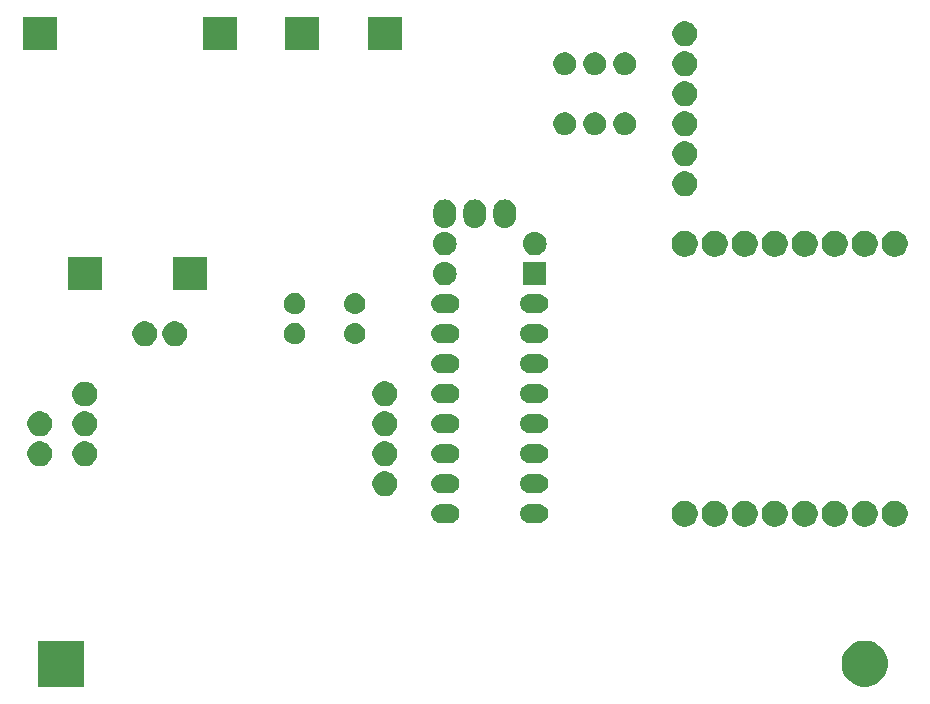
<source format=gbs>
G04 #@! TF.GenerationSoftware,KiCad,Pcbnew,(5.0.2)-1*
G04 #@! TF.CreationDate,2019-04-15T11:25:42+02:00*
G04 #@! TF.ProjectId,irrigation_5Vvalve_4N25_CD74HC4052E_PCB v5.2,69727269-6761-4746-996f-6e5f35567661,rev?*
G04 #@! TF.SameCoordinates,Original*
G04 #@! TF.FileFunction,Soldermask,Bot*
G04 #@! TF.FilePolarity,Negative*
%FSLAX46Y46*%
G04 Gerber Fmt 4.6, Leading zero omitted, Abs format (unit mm)*
G04 Created by KiCad (PCBNEW (5.0.2)-1) date 15-04-2019 11:25:42*
%MOMM*%
%LPD*%
G01*
G04 APERTURE LIST*
%ADD10C,0.100000*%
G04 APERTURE END LIST*
D10*
G36*
X97088793Y-74324937D02*
X97443670Y-74471932D01*
X97763055Y-74685338D01*
X98034662Y-74956945D01*
X98248068Y-75276330D01*
X98395063Y-75631207D01*
X98470000Y-76007940D01*
X98470000Y-76392060D01*
X98395063Y-76768793D01*
X98248068Y-77123670D01*
X98034662Y-77443055D01*
X97763055Y-77714662D01*
X97443670Y-77928068D01*
X97088793Y-78075063D01*
X96712060Y-78150000D01*
X96327940Y-78150000D01*
X95951207Y-78075063D01*
X95596330Y-77928068D01*
X95276945Y-77714662D01*
X95005338Y-77443055D01*
X94791932Y-77123670D01*
X94644937Y-76768793D01*
X94570000Y-76392060D01*
X94570000Y-76007940D01*
X94644937Y-75631207D01*
X94791932Y-75276330D01*
X95005338Y-74956945D01*
X95276945Y-74685338D01*
X95596330Y-74471932D01*
X95951207Y-74324937D01*
X96327940Y-74250000D01*
X96712060Y-74250000D01*
X97088793Y-74324937D01*
X97088793Y-74324937D01*
G37*
G36*
X30450000Y-78150000D02*
X26550000Y-78150000D01*
X26550000Y-74250000D01*
X30450000Y-74250000D01*
X30450000Y-78150000D01*
X30450000Y-78150000D01*
G37*
G36*
X99380857Y-62442272D02*
X99581042Y-62525191D01*
X99761213Y-62645578D01*
X99914422Y-62798787D01*
X99914424Y-62798790D01*
X99914425Y-62798791D01*
X100003151Y-62931578D01*
X100034809Y-62978958D01*
X100117728Y-63179143D01*
X100160000Y-63391658D01*
X100160000Y-63608342D01*
X100117728Y-63820857D01*
X100034809Y-64021042D01*
X100034807Y-64021045D01*
X99936353Y-64168392D01*
X99914422Y-64201213D01*
X99761213Y-64354422D01*
X99581042Y-64474809D01*
X99380857Y-64557728D01*
X99168342Y-64600000D01*
X98951658Y-64600000D01*
X98739143Y-64557728D01*
X98538958Y-64474809D01*
X98358787Y-64354422D01*
X98205578Y-64201213D01*
X98183648Y-64168392D01*
X98085193Y-64021045D01*
X98085191Y-64021042D01*
X98002272Y-63820857D01*
X97960000Y-63608342D01*
X97960000Y-63391658D01*
X98002272Y-63179143D01*
X98085191Y-62978958D01*
X98116849Y-62931578D01*
X98205575Y-62798791D01*
X98205576Y-62798790D01*
X98205578Y-62798787D01*
X98358787Y-62645578D01*
X98538958Y-62525191D01*
X98739143Y-62442272D01*
X98951658Y-62400000D01*
X99168342Y-62400000D01*
X99380857Y-62442272D01*
X99380857Y-62442272D01*
G37*
G36*
X96840857Y-62442272D02*
X97041042Y-62525191D01*
X97221213Y-62645578D01*
X97374422Y-62798787D01*
X97374424Y-62798790D01*
X97374425Y-62798791D01*
X97463151Y-62931578D01*
X97494809Y-62978958D01*
X97577728Y-63179143D01*
X97620000Y-63391658D01*
X97620000Y-63608342D01*
X97577728Y-63820857D01*
X97494809Y-64021042D01*
X97494807Y-64021045D01*
X97396353Y-64168392D01*
X97374422Y-64201213D01*
X97221213Y-64354422D01*
X97041042Y-64474809D01*
X96840857Y-64557728D01*
X96628342Y-64600000D01*
X96411658Y-64600000D01*
X96199143Y-64557728D01*
X95998958Y-64474809D01*
X95818787Y-64354422D01*
X95665578Y-64201213D01*
X95643648Y-64168392D01*
X95545193Y-64021045D01*
X95545191Y-64021042D01*
X95462272Y-63820857D01*
X95420000Y-63608342D01*
X95420000Y-63391658D01*
X95462272Y-63179143D01*
X95545191Y-62978958D01*
X95576849Y-62931578D01*
X95665575Y-62798791D01*
X95665576Y-62798790D01*
X95665578Y-62798787D01*
X95818787Y-62645578D01*
X95998958Y-62525191D01*
X96199143Y-62442272D01*
X96411658Y-62400000D01*
X96628342Y-62400000D01*
X96840857Y-62442272D01*
X96840857Y-62442272D01*
G37*
G36*
X94300857Y-62442272D02*
X94501042Y-62525191D01*
X94681213Y-62645578D01*
X94834422Y-62798787D01*
X94834424Y-62798790D01*
X94834425Y-62798791D01*
X94923151Y-62931578D01*
X94954809Y-62978958D01*
X95037728Y-63179143D01*
X95080000Y-63391658D01*
X95080000Y-63608342D01*
X95037728Y-63820857D01*
X94954809Y-64021042D01*
X94954807Y-64021045D01*
X94856353Y-64168392D01*
X94834422Y-64201213D01*
X94681213Y-64354422D01*
X94501042Y-64474809D01*
X94300857Y-64557728D01*
X94088342Y-64600000D01*
X93871658Y-64600000D01*
X93659143Y-64557728D01*
X93458958Y-64474809D01*
X93278787Y-64354422D01*
X93125578Y-64201213D01*
X93103648Y-64168392D01*
X93005193Y-64021045D01*
X93005191Y-64021042D01*
X92922272Y-63820857D01*
X92880000Y-63608342D01*
X92880000Y-63391658D01*
X92922272Y-63179143D01*
X93005191Y-62978958D01*
X93036849Y-62931578D01*
X93125575Y-62798791D01*
X93125576Y-62798790D01*
X93125578Y-62798787D01*
X93278787Y-62645578D01*
X93458958Y-62525191D01*
X93659143Y-62442272D01*
X93871658Y-62400000D01*
X94088342Y-62400000D01*
X94300857Y-62442272D01*
X94300857Y-62442272D01*
G37*
G36*
X89220857Y-62442272D02*
X89421042Y-62525191D01*
X89601213Y-62645578D01*
X89754422Y-62798787D01*
X89754424Y-62798790D01*
X89754425Y-62798791D01*
X89843151Y-62931578D01*
X89874809Y-62978958D01*
X89957728Y-63179143D01*
X90000000Y-63391658D01*
X90000000Y-63608342D01*
X89957728Y-63820857D01*
X89874809Y-64021042D01*
X89874807Y-64021045D01*
X89776353Y-64168392D01*
X89754422Y-64201213D01*
X89601213Y-64354422D01*
X89421042Y-64474809D01*
X89220857Y-64557728D01*
X89008342Y-64600000D01*
X88791658Y-64600000D01*
X88579143Y-64557728D01*
X88378958Y-64474809D01*
X88198787Y-64354422D01*
X88045578Y-64201213D01*
X88023648Y-64168392D01*
X87925193Y-64021045D01*
X87925191Y-64021042D01*
X87842272Y-63820857D01*
X87800000Y-63608342D01*
X87800000Y-63391658D01*
X87842272Y-63179143D01*
X87925191Y-62978958D01*
X87956849Y-62931578D01*
X88045575Y-62798791D01*
X88045576Y-62798790D01*
X88045578Y-62798787D01*
X88198787Y-62645578D01*
X88378958Y-62525191D01*
X88579143Y-62442272D01*
X88791658Y-62400000D01*
X89008342Y-62400000D01*
X89220857Y-62442272D01*
X89220857Y-62442272D01*
G37*
G36*
X86680857Y-62442272D02*
X86881042Y-62525191D01*
X87061213Y-62645578D01*
X87214422Y-62798787D01*
X87214424Y-62798790D01*
X87214425Y-62798791D01*
X87303151Y-62931578D01*
X87334809Y-62978958D01*
X87417728Y-63179143D01*
X87460000Y-63391658D01*
X87460000Y-63608342D01*
X87417728Y-63820857D01*
X87334809Y-64021042D01*
X87334807Y-64021045D01*
X87236353Y-64168392D01*
X87214422Y-64201213D01*
X87061213Y-64354422D01*
X86881042Y-64474809D01*
X86680857Y-64557728D01*
X86468342Y-64600000D01*
X86251658Y-64600000D01*
X86039143Y-64557728D01*
X85838958Y-64474809D01*
X85658787Y-64354422D01*
X85505578Y-64201213D01*
X85483648Y-64168392D01*
X85385193Y-64021045D01*
X85385191Y-64021042D01*
X85302272Y-63820857D01*
X85260000Y-63608342D01*
X85260000Y-63391658D01*
X85302272Y-63179143D01*
X85385191Y-62978958D01*
X85416849Y-62931578D01*
X85505575Y-62798791D01*
X85505576Y-62798790D01*
X85505578Y-62798787D01*
X85658787Y-62645578D01*
X85838958Y-62525191D01*
X86039143Y-62442272D01*
X86251658Y-62400000D01*
X86468342Y-62400000D01*
X86680857Y-62442272D01*
X86680857Y-62442272D01*
G37*
G36*
X84140857Y-62442272D02*
X84341042Y-62525191D01*
X84521213Y-62645578D01*
X84674422Y-62798787D01*
X84674424Y-62798790D01*
X84674425Y-62798791D01*
X84763151Y-62931578D01*
X84794809Y-62978958D01*
X84877728Y-63179143D01*
X84920000Y-63391658D01*
X84920000Y-63608342D01*
X84877728Y-63820857D01*
X84794809Y-64021042D01*
X84794807Y-64021045D01*
X84696353Y-64168392D01*
X84674422Y-64201213D01*
X84521213Y-64354422D01*
X84341042Y-64474809D01*
X84140857Y-64557728D01*
X83928342Y-64600000D01*
X83711658Y-64600000D01*
X83499143Y-64557728D01*
X83298958Y-64474809D01*
X83118787Y-64354422D01*
X82965578Y-64201213D01*
X82943648Y-64168392D01*
X82845193Y-64021045D01*
X82845191Y-64021042D01*
X82762272Y-63820857D01*
X82720000Y-63608342D01*
X82720000Y-63391658D01*
X82762272Y-63179143D01*
X82845191Y-62978958D01*
X82876849Y-62931578D01*
X82965575Y-62798791D01*
X82965576Y-62798790D01*
X82965578Y-62798787D01*
X83118787Y-62645578D01*
X83298958Y-62525191D01*
X83499143Y-62442272D01*
X83711658Y-62400000D01*
X83928342Y-62400000D01*
X84140857Y-62442272D01*
X84140857Y-62442272D01*
G37*
G36*
X81600857Y-62442272D02*
X81801042Y-62525191D01*
X81981213Y-62645578D01*
X82134422Y-62798787D01*
X82134424Y-62798790D01*
X82134425Y-62798791D01*
X82223151Y-62931578D01*
X82254809Y-62978958D01*
X82337728Y-63179143D01*
X82380000Y-63391658D01*
X82380000Y-63608342D01*
X82337728Y-63820857D01*
X82254809Y-64021042D01*
X82254807Y-64021045D01*
X82156353Y-64168392D01*
X82134422Y-64201213D01*
X81981213Y-64354422D01*
X81801042Y-64474809D01*
X81600857Y-64557728D01*
X81388342Y-64600000D01*
X81171658Y-64600000D01*
X80959143Y-64557728D01*
X80758958Y-64474809D01*
X80578787Y-64354422D01*
X80425578Y-64201213D01*
X80403648Y-64168392D01*
X80305193Y-64021045D01*
X80305191Y-64021042D01*
X80222272Y-63820857D01*
X80180000Y-63608342D01*
X80180000Y-63391658D01*
X80222272Y-63179143D01*
X80305191Y-62978958D01*
X80336849Y-62931578D01*
X80425575Y-62798791D01*
X80425576Y-62798790D01*
X80425578Y-62798787D01*
X80578787Y-62645578D01*
X80758958Y-62525191D01*
X80959143Y-62442272D01*
X81171658Y-62400000D01*
X81388342Y-62400000D01*
X81600857Y-62442272D01*
X81600857Y-62442272D01*
G37*
G36*
X91760857Y-62442272D02*
X91961042Y-62525191D01*
X92141213Y-62645578D01*
X92294422Y-62798787D01*
X92294424Y-62798790D01*
X92294425Y-62798791D01*
X92383151Y-62931578D01*
X92414809Y-62978958D01*
X92497728Y-63179143D01*
X92540000Y-63391658D01*
X92540000Y-63608342D01*
X92497728Y-63820857D01*
X92414809Y-64021042D01*
X92414807Y-64021045D01*
X92316353Y-64168392D01*
X92294422Y-64201213D01*
X92141213Y-64354422D01*
X91961042Y-64474809D01*
X91760857Y-64557728D01*
X91548342Y-64600000D01*
X91331658Y-64600000D01*
X91119143Y-64557728D01*
X90918958Y-64474809D01*
X90738787Y-64354422D01*
X90585578Y-64201213D01*
X90563648Y-64168392D01*
X90465193Y-64021045D01*
X90465191Y-64021042D01*
X90382272Y-63820857D01*
X90340000Y-63608342D01*
X90340000Y-63391658D01*
X90382272Y-63179143D01*
X90465191Y-62978958D01*
X90496849Y-62931578D01*
X90585575Y-62798791D01*
X90585576Y-62798790D01*
X90585578Y-62798787D01*
X90738787Y-62645578D01*
X90918958Y-62525191D01*
X91119143Y-62442272D01*
X91331658Y-62400000D01*
X91548342Y-62400000D01*
X91760857Y-62442272D01*
X91760857Y-62442272D01*
G37*
G36*
X69047649Y-62707717D02*
X69086827Y-62711576D01*
X69162228Y-62734449D01*
X69237629Y-62757321D01*
X69376608Y-62831608D01*
X69498422Y-62931578D01*
X69598392Y-63053392D01*
X69672679Y-63192371D01*
X69718424Y-63343174D01*
X69733870Y-63500000D01*
X69718424Y-63656826D01*
X69672679Y-63807629D01*
X69598392Y-63946608D01*
X69498422Y-64068422D01*
X69376608Y-64168392D01*
X69237629Y-64242679D01*
X69162227Y-64265552D01*
X69086827Y-64288424D01*
X69047649Y-64292283D01*
X68969295Y-64300000D01*
X68090705Y-64300000D01*
X68012351Y-64292283D01*
X67973173Y-64288424D01*
X67897772Y-64265551D01*
X67822371Y-64242679D01*
X67683392Y-64168392D01*
X67561578Y-64068422D01*
X67461608Y-63946608D01*
X67387321Y-63807629D01*
X67341576Y-63656826D01*
X67326130Y-63500000D01*
X67341576Y-63343174D01*
X67387321Y-63192371D01*
X67461608Y-63053392D01*
X67561578Y-62931578D01*
X67683392Y-62831608D01*
X67822371Y-62757321D01*
X67897772Y-62734449D01*
X67973173Y-62711576D01*
X68012351Y-62707717D01*
X68090705Y-62700000D01*
X68969295Y-62700000D01*
X69047649Y-62707717D01*
X69047649Y-62707717D01*
G37*
G36*
X61527649Y-62707717D02*
X61566827Y-62711576D01*
X61642228Y-62734449D01*
X61717629Y-62757321D01*
X61856608Y-62831608D01*
X61978422Y-62931578D01*
X62078392Y-63053392D01*
X62152679Y-63192371D01*
X62198424Y-63343174D01*
X62213870Y-63500000D01*
X62198424Y-63656826D01*
X62152679Y-63807629D01*
X62078392Y-63946608D01*
X61978422Y-64068422D01*
X61856608Y-64168392D01*
X61717629Y-64242679D01*
X61642227Y-64265552D01*
X61566827Y-64288424D01*
X61527649Y-64292283D01*
X61449295Y-64300000D01*
X60570705Y-64300000D01*
X60492351Y-64292283D01*
X60453173Y-64288424D01*
X60377772Y-64265551D01*
X60302371Y-64242679D01*
X60163392Y-64168392D01*
X60041578Y-64068422D01*
X59941608Y-63946608D01*
X59867321Y-63807629D01*
X59821576Y-63656826D01*
X59806130Y-63500000D01*
X59821576Y-63343174D01*
X59867321Y-63192371D01*
X59941608Y-63053392D01*
X60041578Y-62931578D01*
X60163392Y-62831608D01*
X60302371Y-62757321D01*
X60377772Y-62734449D01*
X60453173Y-62711576D01*
X60492351Y-62707717D01*
X60570705Y-62700000D01*
X61449295Y-62700000D01*
X61527649Y-62707717D01*
X61527649Y-62707717D01*
G37*
G36*
X56005888Y-59914470D02*
X56186274Y-59950350D01*
X56377362Y-60029502D01*
X56549336Y-60144411D01*
X56695589Y-60290664D01*
X56810498Y-60462638D01*
X56889650Y-60653726D01*
X56930000Y-60856584D01*
X56930000Y-61063416D01*
X56889650Y-61266274D01*
X56810498Y-61457362D01*
X56695589Y-61629336D01*
X56549336Y-61775589D01*
X56377362Y-61890498D01*
X56186274Y-61969650D01*
X56005888Y-62005530D01*
X55983417Y-62010000D01*
X55776583Y-62010000D01*
X55754112Y-62005530D01*
X55573726Y-61969650D01*
X55382638Y-61890498D01*
X55210664Y-61775589D01*
X55064411Y-61629336D01*
X54949502Y-61457362D01*
X54870350Y-61266274D01*
X54830000Y-61063416D01*
X54830000Y-60856584D01*
X54870350Y-60653726D01*
X54949502Y-60462638D01*
X55064411Y-60290664D01*
X55210664Y-60144411D01*
X55382638Y-60029502D01*
X55573726Y-59950350D01*
X55754112Y-59914470D01*
X55776583Y-59910000D01*
X55983417Y-59910000D01*
X56005888Y-59914470D01*
X56005888Y-59914470D01*
G37*
G36*
X61527649Y-60167717D02*
X61566827Y-60171576D01*
X61642227Y-60194448D01*
X61717629Y-60217321D01*
X61856608Y-60291608D01*
X61978422Y-60391578D01*
X62078392Y-60513392D01*
X62152679Y-60652371D01*
X62198424Y-60803174D01*
X62213870Y-60960000D01*
X62198424Y-61116826D01*
X62152679Y-61267629D01*
X62078392Y-61406608D01*
X61978422Y-61528422D01*
X61856608Y-61628392D01*
X61717629Y-61702679D01*
X61642228Y-61725551D01*
X61566827Y-61748424D01*
X61527649Y-61752283D01*
X61449295Y-61760000D01*
X60570705Y-61760000D01*
X60492351Y-61752283D01*
X60453173Y-61748424D01*
X60377772Y-61725551D01*
X60302371Y-61702679D01*
X60163392Y-61628392D01*
X60041578Y-61528422D01*
X59941608Y-61406608D01*
X59867321Y-61267629D01*
X59821576Y-61116826D01*
X59806130Y-60960000D01*
X59821576Y-60803174D01*
X59867321Y-60652371D01*
X59941608Y-60513392D01*
X60041578Y-60391578D01*
X60163392Y-60291608D01*
X60302371Y-60217321D01*
X60377773Y-60194448D01*
X60453173Y-60171576D01*
X60492351Y-60167717D01*
X60570705Y-60160000D01*
X61449295Y-60160000D01*
X61527649Y-60167717D01*
X61527649Y-60167717D01*
G37*
G36*
X69047649Y-60167717D02*
X69086827Y-60171576D01*
X69162227Y-60194448D01*
X69237629Y-60217321D01*
X69376608Y-60291608D01*
X69498422Y-60391578D01*
X69598392Y-60513392D01*
X69672679Y-60652371D01*
X69718424Y-60803174D01*
X69733870Y-60960000D01*
X69718424Y-61116826D01*
X69672679Y-61267629D01*
X69598392Y-61406608D01*
X69498422Y-61528422D01*
X69376608Y-61628392D01*
X69237629Y-61702679D01*
X69162228Y-61725551D01*
X69086827Y-61748424D01*
X69047649Y-61752283D01*
X68969295Y-61760000D01*
X68090705Y-61760000D01*
X68012351Y-61752283D01*
X67973173Y-61748424D01*
X67897772Y-61725551D01*
X67822371Y-61702679D01*
X67683392Y-61628392D01*
X67561578Y-61528422D01*
X67461608Y-61406608D01*
X67387321Y-61267629D01*
X67341576Y-61116826D01*
X67326130Y-60960000D01*
X67341576Y-60803174D01*
X67387321Y-60652371D01*
X67461608Y-60513392D01*
X67561578Y-60391578D01*
X67683392Y-60291608D01*
X67822371Y-60217321D01*
X67897773Y-60194448D01*
X67973173Y-60171576D01*
X68012351Y-60167717D01*
X68090705Y-60160000D01*
X68969295Y-60160000D01*
X69047649Y-60167717D01*
X69047649Y-60167717D01*
G37*
G36*
X26795888Y-57374470D02*
X26976274Y-57410350D01*
X27167362Y-57489502D01*
X27339336Y-57604411D01*
X27485589Y-57750664D01*
X27600498Y-57922638D01*
X27679650Y-58113726D01*
X27720000Y-58316584D01*
X27720000Y-58523416D01*
X27679650Y-58726274D01*
X27600498Y-58917362D01*
X27485589Y-59089336D01*
X27339336Y-59235589D01*
X27167362Y-59350498D01*
X26976274Y-59429650D01*
X26795888Y-59465530D01*
X26773417Y-59470000D01*
X26566583Y-59470000D01*
X26544112Y-59465530D01*
X26363726Y-59429650D01*
X26172638Y-59350498D01*
X26000664Y-59235589D01*
X25854411Y-59089336D01*
X25739502Y-58917362D01*
X25660350Y-58726274D01*
X25620000Y-58523416D01*
X25620000Y-58316584D01*
X25660350Y-58113726D01*
X25739502Y-57922638D01*
X25854411Y-57750664D01*
X26000664Y-57604411D01*
X26172638Y-57489502D01*
X26363726Y-57410350D01*
X26544112Y-57374470D01*
X26566583Y-57370000D01*
X26773417Y-57370000D01*
X26795888Y-57374470D01*
X26795888Y-57374470D01*
G37*
G36*
X56005888Y-57374470D02*
X56186274Y-57410350D01*
X56377362Y-57489502D01*
X56549336Y-57604411D01*
X56695589Y-57750664D01*
X56810498Y-57922638D01*
X56889650Y-58113726D01*
X56930000Y-58316584D01*
X56930000Y-58523416D01*
X56889650Y-58726274D01*
X56810498Y-58917362D01*
X56695589Y-59089336D01*
X56549336Y-59235589D01*
X56377362Y-59350498D01*
X56186274Y-59429650D01*
X56005888Y-59465530D01*
X55983417Y-59470000D01*
X55776583Y-59470000D01*
X55754112Y-59465530D01*
X55573726Y-59429650D01*
X55382638Y-59350498D01*
X55210664Y-59235589D01*
X55064411Y-59089336D01*
X54949502Y-58917362D01*
X54870350Y-58726274D01*
X54830000Y-58523416D01*
X54830000Y-58316584D01*
X54870350Y-58113726D01*
X54949502Y-57922638D01*
X55064411Y-57750664D01*
X55210664Y-57604411D01*
X55382638Y-57489502D01*
X55573726Y-57410350D01*
X55754112Y-57374470D01*
X55776583Y-57370000D01*
X55983417Y-57370000D01*
X56005888Y-57374470D01*
X56005888Y-57374470D01*
G37*
G36*
X30605888Y-57374470D02*
X30786274Y-57410350D01*
X30977362Y-57489502D01*
X31149336Y-57604411D01*
X31295589Y-57750664D01*
X31410498Y-57922638D01*
X31489650Y-58113726D01*
X31530000Y-58316584D01*
X31530000Y-58523416D01*
X31489650Y-58726274D01*
X31410498Y-58917362D01*
X31295589Y-59089336D01*
X31149336Y-59235589D01*
X30977362Y-59350498D01*
X30786274Y-59429650D01*
X30605888Y-59465530D01*
X30583417Y-59470000D01*
X30376583Y-59470000D01*
X30354112Y-59465530D01*
X30173726Y-59429650D01*
X29982638Y-59350498D01*
X29810664Y-59235589D01*
X29664411Y-59089336D01*
X29549502Y-58917362D01*
X29470350Y-58726274D01*
X29430000Y-58523416D01*
X29430000Y-58316584D01*
X29470350Y-58113726D01*
X29549502Y-57922638D01*
X29664411Y-57750664D01*
X29810664Y-57604411D01*
X29982638Y-57489502D01*
X30173726Y-57410350D01*
X30354112Y-57374470D01*
X30376583Y-57370000D01*
X30583417Y-57370000D01*
X30605888Y-57374470D01*
X30605888Y-57374470D01*
G37*
G36*
X69047649Y-57627717D02*
X69086827Y-57631576D01*
X69162228Y-57654449D01*
X69237629Y-57677321D01*
X69376608Y-57751608D01*
X69498422Y-57851578D01*
X69598392Y-57973392D01*
X69672679Y-58112371D01*
X69718424Y-58263174D01*
X69733870Y-58420000D01*
X69718424Y-58576826D01*
X69672679Y-58727629D01*
X69598392Y-58866608D01*
X69498422Y-58988422D01*
X69376608Y-59088392D01*
X69237629Y-59162679D01*
X69162228Y-59185551D01*
X69086827Y-59208424D01*
X69047649Y-59212283D01*
X68969295Y-59220000D01*
X68090705Y-59220000D01*
X68012351Y-59212283D01*
X67973173Y-59208424D01*
X67897772Y-59185551D01*
X67822371Y-59162679D01*
X67683392Y-59088392D01*
X67561578Y-58988422D01*
X67461608Y-58866608D01*
X67387321Y-58727629D01*
X67341576Y-58576826D01*
X67326130Y-58420000D01*
X67341576Y-58263174D01*
X67387321Y-58112371D01*
X67461608Y-57973392D01*
X67561578Y-57851578D01*
X67683392Y-57751608D01*
X67822371Y-57677321D01*
X67897772Y-57654449D01*
X67973173Y-57631576D01*
X68012351Y-57627717D01*
X68090705Y-57620000D01*
X68969295Y-57620000D01*
X69047649Y-57627717D01*
X69047649Y-57627717D01*
G37*
G36*
X61527649Y-57627717D02*
X61566827Y-57631576D01*
X61642228Y-57654449D01*
X61717629Y-57677321D01*
X61856608Y-57751608D01*
X61978422Y-57851578D01*
X62078392Y-57973392D01*
X62152679Y-58112371D01*
X62198424Y-58263174D01*
X62213870Y-58420000D01*
X62198424Y-58576826D01*
X62152679Y-58727629D01*
X62078392Y-58866608D01*
X61978422Y-58988422D01*
X61856608Y-59088392D01*
X61717629Y-59162679D01*
X61642228Y-59185551D01*
X61566827Y-59208424D01*
X61527649Y-59212283D01*
X61449295Y-59220000D01*
X60570705Y-59220000D01*
X60492351Y-59212283D01*
X60453173Y-59208424D01*
X60377772Y-59185551D01*
X60302371Y-59162679D01*
X60163392Y-59088392D01*
X60041578Y-58988422D01*
X59941608Y-58866608D01*
X59867321Y-58727629D01*
X59821576Y-58576826D01*
X59806130Y-58420000D01*
X59821576Y-58263174D01*
X59867321Y-58112371D01*
X59941608Y-57973392D01*
X60041578Y-57851578D01*
X60163392Y-57751608D01*
X60302371Y-57677321D01*
X60377772Y-57654449D01*
X60453173Y-57631576D01*
X60492351Y-57627717D01*
X60570705Y-57620000D01*
X61449295Y-57620000D01*
X61527649Y-57627717D01*
X61527649Y-57627717D01*
G37*
G36*
X30605888Y-54834470D02*
X30786274Y-54870350D01*
X30977362Y-54949502D01*
X31149336Y-55064411D01*
X31295589Y-55210664D01*
X31410498Y-55382638D01*
X31489650Y-55573726D01*
X31530000Y-55776584D01*
X31530000Y-55983416D01*
X31489650Y-56186274D01*
X31410498Y-56377362D01*
X31295589Y-56549336D01*
X31149336Y-56695589D01*
X30977362Y-56810498D01*
X30786274Y-56889650D01*
X30605888Y-56925530D01*
X30583417Y-56930000D01*
X30376583Y-56930000D01*
X30354112Y-56925530D01*
X30173726Y-56889650D01*
X29982638Y-56810498D01*
X29810664Y-56695589D01*
X29664411Y-56549336D01*
X29549502Y-56377362D01*
X29470350Y-56186274D01*
X29430000Y-55983416D01*
X29430000Y-55776584D01*
X29470350Y-55573726D01*
X29549502Y-55382638D01*
X29664411Y-55210664D01*
X29810664Y-55064411D01*
X29982638Y-54949502D01*
X30173726Y-54870350D01*
X30354112Y-54834470D01*
X30376583Y-54830000D01*
X30583417Y-54830000D01*
X30605888Y-54834470D01*
X30605888Y-54834470D01*
G37*
G36*
X56005888Y-54834470D02*
X56186274Y-54870350D01*
X56377362Y-54949502D01*
X56549336Y-55064411D01*
X56695589Y-55210664D01*
X56810498Y-55382638D01*
X56889650Y-55573726D01*
X56930000Y-55776584D01*
X56930000Y-55983416D01*
X56889650Y-56186274D01*
X56810498Y-56377362D01*
X56695589Y-56549336D01*
X56549336Y-56695589D01*
X56377362Y-56810498D01*
X56186274Y-56889650D01*
X56005888Y-56925530D01*
X55983417Y-56930000D01*
X55776583Y-56930000D01*
X55754112Y-56925530D01*
X55573726Y-56889650D01*
X55382638Y-56810498D01*
X55210664Y-56695589D01*
X55064411Y-56549336D01*
X54949502Y-56377362D01*
X54870350Y-56186274D01*
X54830000Y-55983416D01*
X54830000Y-55776584D01*
X54870350Y-55573726D01*
X54949502Y-55382638D01*
X55064411Y-55210664D01*
X55210664Y-55064411D01*
X55382638Y-54949502D01*
X55573726Y-54870350D01*
X55754112Y-54834470D01*
X55776583Y-54830000D01*
X55983417Y-54830000D01*
X56005888Y-54834470D01*
X56005888Y-54834470D01*
G37*
G36*
X26795888Y-54834470D02*
X26976274Y-54870350D01*
X27167362Y-54949502D01*
X27339336Y-55064411D01*
X27485589Y-55210664D01*
X27600498Y-55382638D01*
X27679650Y-55573726D01*
X27720000Y-55776584D01*
X27720000Y-55983416D01*
X27679650Y-56186274D01*
X27600498Y-56377362D01*
X27485589Y-56549336D01*
X27339336Y-56695589D01*
X27167362Y-56810498D01*
X26976274Y-56889650D01*
X26795888Y-56925530D01*
X26773417Y-56930000D01*
X26566583Y-56930000D01*
X26544112Y-56925530D01*
X26363726Y-56889650D01*
X26172638Y-56810498D01*
X26000664Y-56695589D01*
X25854411Y-56549336D01*
X25739502Y-56377362D01*
X25660350Y-56186274D01*
X25620000Y-55983416D01*
X25620000Y-55776584D01*
X25660350Y-55573726D01*
X25739502Y-55382638D01*
X25854411Y-55210664D01*
X26000664Y-55064411D01*
X26172638Y-54949502D01*
X26363726Y-54870350D01*
X26544112Y-54834470D01*
X26566583Y-54830000D01*
X26773417Y-54830000D01*
X26795888Y-54834470D01*
X26795888Y-54834470D01*
G37*
G36*
X69047649Y-55087717D02*
X69086827Y-55091576D01*
X69162227Y-55114448D01*
X69237629Y-55137321D01*
X69376608Y-55211608D01*
X69498422Y-55311578D01*
X69598392Y-55433392D01*
X69672679Y-55572371D01*
X69718424Y-55723174D01*
X69733870Y-55880000D01*
X69718424Y-56036826D01*
X69672679Y-56187629D01*
X69598392Y-56326608D01*
X69498422Y-56448422D01*
X69376608Y-56548392D01*
X69237629Y-56622679D01*
X69162228Y-56645551D01*
X69086827Y-56668424D01*
X69047649Y-56672283D01*
X68969295Y-56680000D01*
X68090705Y-56680000D01*
X68012351Y-56672283D01*
X67973173Y-56668424D01*
X67897772Y-56645551D01*
X67822371Y-56622679D01*
X67683392Y-56548392D01*
X67561578Y-56448422D01*
X67461608Y-56326608D01*
X67387321Y-56187629D01*
X67341576Y-56036826D01*
X67326130Y-55880000D01*
X67341576Y-55723174D01*
X67387321Y-55572371D01*
X67461608Y-55433392D01*
X67561578Y-55311578D01*
X67683392Y-55211608D01*
X67822371Y-55137321D01*
X67897773Y-55114448D01*
X67973173Y-55091576D01*
X68012351Y-55087717D01*
X68090705Y-55080000D01*
X68969295Y-55080000D01*
X69047649Y-55087717D01*
X69047649Y-55087717D01*
G37*
G36*
X61527649Y-55087717D02*
X61566827Y-55091576D01*
X61642227Y-55114448D01*
X61717629Y-55137321D01*
X61856608Y-55211608D01*
X61978422Y-55311578D01*
X62078392Y-55433392D01*
X62152679Y-55572371D01*
X62198424Y-55723174D01*
X62213870Y-55880000D01*
X62198424Y-56036826D01*
X62152679Y-56187629D01*
X62078392Y-56326608D01*
X61978422Y-56448422D01*
X61856608Y-56548392D01*
X61717629Y-56622679D01*
X61642228Y-56645551D01*
X61566827Y-56668424D01*
X61527649Y-56672283D01*
X61449295Y-56680000D01*
X60570705Y-56680000D01*
X60492351Y-56672283D01*
X60453173Y-56668424D01*
X60377772Y-56645551D01*
X60302371Y-56622679D01*
X60163392Y-56548392D01*
X60041578Y-56448422D01*
X59941608Y-56326608D01*
X59867321Y-56187629D01*
X59821576Y-56036826D01*
X59806130Y-55880000D01*
X59821576Y-55723174D01*
X59867321Y-55572371D01*
X59941608Y-55433392D01*
X60041578Y-55311578D01*
X60163392Y-55211608D01*
X60302371Y-55137321D01*
X60377773Y-55114448D01*
X60453173Y-55091576D01*
X60492351Y-55087717D01*
X60570705Y-55080000D01*
X61449295Y-55080000D01*
X61527649Y-55087717D01*
X61527649Y-55087717D01*
G37*
G36*
X30605888Y-52334470D02*
X30786274Y-52370350D01*
X30977362Y-52449502D01*
X31149336Y-52564411D01*
X31295589Y-52710664D01*
X31410498Y-52882638D01*
X31489650Y-53073726D01*
X31522043Y-53236583D01*
X31530000Y-53276583D01*
X31530000Y-53483417D01*
X31525530Y-53505888D01*
X31489650Y-53686274D01*
X31410498Y-53877362D01*
X31295589Y-54049336D01*
X31149336Y-54195589D01*
X30977362Y-54310498D01*
X30786274Y-54389650D01*
X30605888Y-54425530D01*
X30583417Y-54430000D01*
X30376583Y-54430000D01*
X30354112Y-54425530D01*
X30173726Y-54389650D01*
X29982638Y-54310498D01*
X29810664Y-54195589D01*
X29664411Y-54049336D01*
X29549502Y-53877362D01*
X29470350Y-53686274D01*
X29434470Y-53505888D01*
X29430000Y-53483417D01*
X29430000Y-53276583D01*
X29437957Y-53236583D01*
X29470350Y-53073726D01*
X29549502Y-52882638D01*
X29664411Y-52710664D01*
X29810664Y-52564411D01*
X29982638Y-52449502D01*
X30173726Y-52370350D01*
X30354112Y-52334470D01*
X30376583Y-52330000D01*
X30583417Y-52330000D01*
X30605888Y-52334470D01*
X30605888Y-52334470D01*
G37*
G36*
X56005888Y-52294470D02*
X56186274Y-52330350D01*
X56377362Y-52409502D01*
X56549336Y-52524411D01*
X56695589Y-52670664D01*
X56810498Y-52842638D01*
X56889650Y-53033726D01*
X56930000Y-53236584D01*
X56930000Y-53443416D01*
X56889650Y-53646274D01*
X56810498Y-53837362D01*
X56695589Y-54009336D01*
X56549336Y-54155589D01*
X56377362Y-54270498D01*
X56186274Y-54349650D01*
X56005888Y-54385530D01*
X55983417Y-54390000D01*
X55776583Y-54390000D01*
X55754112Y-54385530D01*
X55573726Y-54349650D01*
X55382638Y-54270498D01*
X55210664Y-54155589D01*
X55064411Y-54009336D01*
X54949502Y-53837362D01*
X54870350Y-53646274D01*
X54830000Y-53443416D01*
X54830000Y-53236584D01*
X54870350Y-53033726D01*
X54949502Y-52842638D01*
X55064411Y-52670664D01*
X55210664Y-52524411D01*
X55382638Y-52409502D01*
X55573726Y-52330350D01*
X55754112Y-52294470D01*
X55776583Y-52290000D01*
X55983417Y-52290000D01*
X56005888Y-52294470D01*
X56005888Y-52294470D01*
G37*
G36*
X61527649Y-52547717D02*
X61566827Y-52551576D01*
X61609138Y-52564411D01*
X61717629Y-52597321D01*
X61856608Y-52671608D01*
X61978422Y-52771578D01*
X62078392Y-52893392D01*
X62152679Y-53032371D01*
X62198424Y-53183174D01*
X62213870Y-53340000D01*
X62198424Y-53496826D01*
X62152679Y-53647629D01*
X62078392Y-53786608D01*
X61978422Y-53908422D01*
X61856608Y-54008392D01*
X61717629Y-54082679D01*
X61642228Y-54105551D01*
X61566827Y-54128424D01*
X61527649Y-54132283D01*
X61449295Y-54140000D01*
X60570705Y-54140000D01*
X60492351Y-54132283D01*
X60453173Y-54128424D01*
X60377772Y-54105551D01*
X60302371Y-54082679D01*
X60163392Y-54008392D01*
X60041578Y-53908422D01*
X59941608Y-53786608D01*
X59867321Y-53647629D01*
X59821576Y-53496826D01*
X59806130Y-53340000D01*
X59821576Y-53183174D01*
X59867321Y-53032371D01*
X59941608Y-52893392D01*
X60041578Y-52771578D01*
X60163392Y-52671608D01*
X60302371Y-52597321D01*
X60410862Y-52564411D01*
X60453173Y-52551576D01*
X60492351Y-52547717D01*
X60570705Y-52540000D01*
X61449295Y-52540000D01*
X61527649Y-52547717D01*
X61527649Y-52547717D01*
G37*
G36*
X69047649Y-52547717D02*
X69086827Y-52551576D01*
X69129138Y-52564411D01*
X69237629Y-52597321D01*
X69376608Y-52671608D01*
X69498422Y-52771578D01*
X69598392Y-52893392D01*
X69672679Y-53032371D01*
X69718424Y-53183174D01*
X69733870Y-53340000D01*
X69718424Y-53496826D01*
X69672679Y-53647629D01*
X69598392Y-53786608D01*
X69498422Y-53908422D01*
X69376608Y-54008392D01*
X69237629Y-54082679D01*
X69162228Y-54105551D01*
X69086827Y-54128424D01*
X69047649Y-54132283D01*
X68969295Y-54140000D01*
X68090705Y-54140000D01*
X68012351Y-54132283D01*
X67973173Y-54128424D01*
X67897772Y-54105551D01*
X67822371Y-54082679D01*
X67683392Y-54008392D01*
X67561578Y-53908422D01*
X67461608Y-53786608D01*
X67387321Y-53647629D01*
X67341576Y-53496826D01*
X67326130Y-53340000D01*
X67341576Y-53183174D01*
X67387321Y-53032371D01*
X67461608Y-52893392D01*
X67561578Y-52771578D01*
X67683392Y-52671608D01*
X67822371Y-52597321D01*
X67930862Y-52564411D01*
X67973173Y-52551576D01*
X68012351Y-52547717D01*
X68090705Y-52540000D01*
X68969295Y-52540000D01*
X69047649Y-52547717D01*
X69047649Y-52547717D01*
G37*
G36*
X61527649Y-50007717D02*
X61566827Y-50011576D01*
X61642228Y-50034449D01*
X61717629Y-50057321D01*
X61856608Y-50131608D01*
X61978422Y-50231578D01*
X62078392Y-50353392D01*
X62152679Y-50492371D01*
X62198424Y-50643174D01*
X62213870Y-50800000D01*
X62198424Y-50956826D01*
X62152679Y-51107629D01*
X62078392Y-51246608D01*
X61978422Y-51368422D01*
X61856608Y-51468392D01*
X61717629Y-51542679D01*
X61642227Y-51565552D01*
X61566827Y-51588424D01*
X61527649Y-51592283D01*
X61449295Y-51600000D01*
X60570705Y-51600000D01*
X60492351Y-51592283D01*
X60453173Y-51588424D01*
X60377773Y-51565552D01*
X60302371Y-51542679D01*
X60163392Y-51468392D01*
X60041578Y-51368422D01*
X59941608Y-51246608D01*
X59867321Y-51107629D01*
X59821576Y-50956826D01*
X59806130Y-50800000D01*
X59821576Y-50643174D01*
X59867321Y-50492371D01*
X59941608Y-50353392D01*
X60041578Y-50231578D01*
X60163392Y-50131608D01*
X60302371Y-50057321D01*
X60377772Y-50034449D01*
X60453173Y-50011576D01*
X60492351Y-50007717D01*
X60570705Y-50000000D01*
X61449295Y-50000000D01*
X61527649Y-50007717D01*
X61527649Y-50007717D01*
G37*
G36*
X69047649Y-50007717D02*
X69086827Y-50011576D01*
X69162228Y-50034449D01*
X69237629Y-50057321D01*
X69376608Y-50131608D01*
X69498422Y-50231578D01*
X69598392Y-50353392D01*
X69672679Y-50492371D01*
X69718424Y-50643174D01*
X69733870Y-50800000D01*
X69718424Y-50956826D01*
X69672679Y-51107629D01*
X69598392Y-51246608D01*
X69498422Y-51368422D01*
X69376608Y-51468392D01*
X69237629Y-51542679D01*
X69162227Y-51565552D01*
X69086827Y-51588424D01*
X69047649Y-51592283D01*
X68969295Y-51600000D01*
X68090705Y-51600000D01*
X68012351Y-51592283D01*
X67973173Y-51588424D01*
X67897773Y-51565552D01*
X67822371Y-51542679D01*
X67683392Y-51468392D01*
X67561578Y-51368422D01*
X67461608Y-51246608D01*
X67387321Y-51107629D01*
X67341576Y-50956826D01*
X67326130Y-50800000D01*
X67341576Y-50643174D01*
X67387321Y-50492371D01*
X67461608Y-50353392D01*
X67561578Y-50231578D01*
X67683392Y-50131608D01*
X67822371Y-50057321D01*
X67897772Y-50034449D01*
X67973173Y-50011576D01*
X68012351Y-50007717D01*
X68090705Y-50000000D01*
X68969295Y-50000000D01*
X69047649Y-50007717D01*
X69047649Y-50007717D01*
G37*
G36*
X38225888Y-47214470D02*
X38406274Y-47250350D01*
X38597362Y-47329502D01*
X38769336Y-47444411D01*
X38915589Y-47590664D01*
X39030498Y-47762638D01*
X39109650Y-47953726D01*
X39150000Y-48156584D01*
X39150000Y-48363416D01*
X39109650Y-48566274D01*
X39030498Y-48757362D01*
X38915589Y-48929336D01*
X38769336Y-49075589D01*
X38597362Y-49190498D01*
X38406274Y-49269650D01*
X38225888Y-49305530D01*
X38203417Y-49310000D01*
X37996583Y-49310000D01*
X37974112Y-49305530D01*
X37793726Y-49269650D01*
X37602638Y-49190498D01*
X37430664Y-49075589D01*
X37284411Y-48929336D01*
X37169502Y-48757362D01*
X37090350Y-48566274D01*
X37050000Y-48363416D01*
X37050000Y-48156584D01*
X37090350Y-47953726D01*
X37169502Y-47762638D01*
X37284411Y-47590664D01*
X37430664Y-47444411D01*
X37602638Y-47329502D01*
X37793726Y-47250350D01*
X37974112Y-47214470D01*
X37996583Y-47210000D01*
X38203417Y-47210000D01*
X38225888Y-47214470D01*
X38225888Y-47214470D01*
G37*
G36*
X35685888Y-47214470D02*
X35866274Y-47250350D01*
X36057362Y-47329502D01*
X36229336Y-47444411D01*
X36375589Y-47590664D01*
X36490498Y-47762638D01*
X36569650Y-47953726D01*
X36610000Y-48156584D01*
X36610000Y-48363416D01*
X36569650Y-48566274D01*
X36490498Y-48757362D01*
X36375589Y-48929336D01*
X36229336Y-49075589D01*
X36057362Y-49190498D01*
X35866274Y-49269650D01*
X35685888Y-49305530D01*
X35663417Y-49310000D01*
X35456583Y-49310000D01*
X35434112Y-49305530D01*
X35253726Y-49269650D01*
X35062638Y-49190498D01*
X34890664Y-49075589D01*
X34744411Y-48929336D01*
X34629502Y-48757362D01*
X34550350Y-48566274D01*
X34510000Y-48363416D01*
X34510000Y-48156584D01*
X34550350Y-47953726D01*
X34629502Y-47762638D01*
X34744411Y-47590664D01*
X34890664Y-47444411D01*
X35062638Y-47329502D01*
X35253726Y-47250350D01*
X35434112Y-47214470D01*
X35456583Y-47210000D01*
X35663417Y-47210000D01*
X35685888Y-47214470D01*
X35685888Y-47214470D01*
G37*
G36*
X53516432Y-47373022D02*
X53686081Y-47424485D01*
X53842433Y-47508056D01*
X53979475Y-47620525D01*
X54091944Y-47757567D01*
X54175515Y-47913919D01*
X54226978Y-48083568D01*
X54244354Y-48260000D01*
X54226978Y-48436432D01*
X54175515Y-48606081D01*
X54091944Y-48762433D01*
X53979475Y-48899475D01*
X53842433Y-49011944D01*
X53686081Y-49095515D01*
X53516432Y-49146978D01*
X53384211Y-49160000D01*
X53295789Y-49160000D01*
X53163568Y-49146978D01*
X52993919Y-49095515D01*
X52837567Y-49011944D01*
X52700525Y-48899475D01*
X52588056Y-48762433D01*
X52504485Y-48606081D01*
X52453022Y-48436432D01*
X52435646Y-48260000D01*
X52453022Y-48083568D01*
X52504485Y-47913919D01*
X52588056Y-47757567D01*
X52700525Y-47620525D01*
X52837567Y-47508056D01*
X52993919Y-47424485D01*
X53163568Y-47373022D01*
X53295789Y-47360000D01*
X53384211Y-47360000D01*
X53516432Y-47373022D01*
X53516432Y-47373022D01*
G37*
G36*
X48522521Y-47394586D02*
X48686309Y-47462429D01*
X48833720Y-47560926D01*
X48959074Y-47686280D01*
X49057571Y-47833691D01*
X49125414Y-47997479D01*
X49160000Y-48171356D01*
X49160000Y-48348644D01*
X49125414Y-48522521D01*
X49057571Y-48686309D01*
X48959074Y-48833720D01*
X48833720Y-48959074D01*
X48686309Y-49057571D01*
X48522521Y-49125414D01*
X48348644Y-49160000D01*
X48171356Y-49160000D01*
X47997479Y-49125414D01*
X47833691Y-49057571D01*
X47686280Y-48959074D01*
X47560926Y-48833720D01*
X47462429Y-48686309D01*
X47394586Y-48522521D01*
X47360000Y-48348644D01*
X47360000Y-48171356D01*
X47394586Y-47997479D01*
X47462429Y-47833691D01*
X47560926Y-47686280D01*
X47686280Y-47560926D01*
X47833691Y-47462429D01*
X47997479Y-47394586D01*
X48171356Y-47360000D01*
X48348644Y-47360000D01*
X48522521Y-47394586D01*
X48522521Y-47394586D01*
G37*
G36*
X61527649Y-47467717D02*
X61566827Y-47471576D01*
X61642227Y-47494448D01*
X61717629Y-47517321D01*
X61856608Y-47591608D01*
X61978422Y-47691578D01*
X62078392Y-47813392D01*
X62152679Y-47952371D01*
X62198424Y-48103174D01*
X62213870Y-48260000D01*
X62198424Y-48416826D01*
X62152679Y-48567629D01*
X62078392Y-48706608D01*
X61978422Y-48828422D01*
X61856608Y-48928392D01*
X61717629Y-49002679D01*
X61642227Y-49025552D01*
X61566827Y-49048424D01*
X61527649Y-49052283D01*
X61449295Y-49060000D01*
X60570705Y-49060000D01*
X60492351Y-49052283D01*
X60453173Y-49048424D01*
X60377773Y-49025552D01*
X60302371Y-49002679D01*
X60163392Y-48928392D01*
X60041578Y-48828422D01*
X59941608Y-48706608D01*
X59867321Y-48567629D01*
X59821576Y-48416826D01*
X59806130Y-48260000D01*
X59821576Y-48103174D01*
X59867321Y-47952371D01*
X59941608Y-47813392D01*
X60041578Y-47691578D01*
X60163392Y-47591608D01*
X60302371Y-47517321D01*
X60377773Y-47494448D01*
X60453173Y-47471576D01*
X60492351Y-47467717D01*
X60570705Y-47460000D01*
X61449295Y-47460000D01*
X61527649Y-47467717D01*
X61527649Y-47467717D01*
G37*
G36*
X69047649Y-47467717D02*
X69086827Y-47471576D01*
X69162227Y-47494448D01*
X69237629Y-47517321D01*
X69376608Y-47591608D01*
X69498422Y-47691578D01*
X69598392Y-47813392D01*
X69672679Y-47952371D01*
X69718424Y-48103174D01*
X69733870Y-48260000D01*
X69718424Y-48416826D01*
X69672679Y-48567629D01*
X69598392Y-48706608D01*
X69498422Y-48828422D01*
X69376608Y-48928392D01*
X69237629Y-49002679D01*
X69162227Y-49025552D01*
X69086827Y-49048424D01*
X69047649Y-49052283D01*
X68969295Y-49060000D01*
X68090705Y-49060000D01*
X68012351Y-49052283D01*
X67973173Y-49048424D01*
X67897773Y-49025552D01*
X67822371Y-49002679D01*
X67683392Y-48928392D01*
X67561578Y-48828422D01*
X67461608Y-48706608D01*
X67387321Y-48567629D01*
X67341576Y-48416826D01*
X67326130Y-48260000D01*
X67341576Y-48103174D01*
X67387321Y-47952371D01*
X67461608Y-47813392D01*
X67561578Y-47691578D01*
X67683392Y-47591608D01*
X67822371Y-47517321D01*
X67897773Y-47494448D01*
X67973173Y-47471576D01*
X68012351Y-47467717D01*
X68090705Y-47460000D01*
X68969295Y-47460000D01*
X69047649Y-47467717D01*
X69047649Y-47467717D01*
G37*
G36*
X48522521Y-44854586D02*
X48686309Y-44922429D01*
X48833720Y-45020926D01*
X48959074Y-45146280D01*
X49057571Y-45293691D01*
X49125414Y-45457479D01*
X49160000Y-45631356D01*
X49160000Y-45808644D01*
X49125414Y-45982521D01*
X49057571Y-46146309D01*
X48959074Y-46293720D01*
X48833720Y-46419074D01*
X48686309Y-46517571D01*
X48522521Y-46585414D01*
X48348644Y-46620000D01*
X48171356Y-46620000D01*
X47997479Y-46585414D01*
X47833691Y-46517571D01*
X47686280Y-46419074D01*
X47560926Y-46293720D01*
X47462429Y-46146309D01*
X47394586Y-45982521D01*
X47360000Y-45808644D01*
X47360000Y-45631356D01*
X47394586Y-45457479D01*
X47462429Y-45293691D01*
X47560926Y-45146280D01*
X47686280Y-45020926D01*
X47833691Y-44922429D01*
X47997479Y-44854586D01*
X48171356Y-44820000D01*
X48348644Y-44820000D01*
X48522521Y-44854586D01*
X48522521Y-44854586D01*
G37*
G36*
X53516432Y-44833022D02*
X53686081Y-44884485D01*
X53842433Y-44968056D01*
X53979475Y-45080525D01*
X54091944Y-45217567D01*
X54175515Y-45373919D01*
X54226978Y-45543568D01*
X54244354Y-45720000D01*
X54226978Y-45896432D01*
X54175515Y-46066081D01*
X54091944Y-46222433D01*
X53979475Y-46359475D01*
X53842433Y-46471944D01*
X53686081Y-46555515D01*
X53516432Y-46606978D01*
X53384211Y-46620000D01*
X53295789Y-46620000D01*
X53163568Y-46606978D01*
X52993919Y-46555515D01*
X52837567Y-46471944D01*
X52700525Y-46359475D01*
X52588056Y-46222433D01*
X52504485Y-46066081D01*
X52453022Y-45896432D01*
X52435646Y-45720000D01*
X52453022Y-45543568D01*
X52504485Y-45373919D01*
X52588056Y-45217567D01*
X52700525Y-45080525D01*
X52837567Y-44968056D01*
X52993919Y-44884485D01*
X53163568Y-44833022D01*
X53295789Y-44820000D01*
X53384211Y-44820000D01*
X53516432Y-44833022D01*
X53516432Y-44833022D01*
G37*
G36*
X69047649Y-44927717D02*
X69086827Y-44931576D01*
X69162228Y-44954449D01*
X69237629Y-44977321D01*
X69376608Y-45051608D01*
X69498422Y-45151578D01*
X69598392Y-45273392D01*
X69672679Y-45412371D01*
X69718424Y-45563174D01*
X69733870Y-45720000D01*
X69718424Y-45876826D01*
X69672679Y-46027629D01*
X69598392Y-46166608D01*
X69498422Y-46288422D01*
X69376608Y-46388392D01*
X69237629Y-46462679D01*
X69162228Y-46485551D01*
X69086827Y-46508424D01*
X69047649Y-46512283D01*
X68969295Y-46520000D01*
X68090705Y-46520000D01*
X68012351Y-46512283D01*
X67973173Y-46508424D01*
X67897772Y-46485551D01*
X67822371Y-46462679D01*
X67683392Y-46388392D01*
X67561578Y-46288422D01*
X67461608Y-46166608D01*
X67387321Y-46027629D01*
X67341576Y-45876826D01*
X67326130Y-45720000D01*
X67341576Y-45563174D01*
X67387321Y-45412371D01*
X67461608Y-45273392D01*
X67561578Y-45151578D01*
X67683392Y-45051608D01*
X67822371Y-44977321D01*
X67897772Y-44954449D01*
X67973173Y-44931576D01*
X68012351Y-44927717D01*
X68090705Y-44920000D01*
X68969295Y-44920000D01*
X69047649Y-44927717D01*
X69047649Y-44927717D01*
G37*
G36*
X61527649Y-44927717D02*
X61566827Y-44931576D01*
X61642228Y-44954449D01*
X61717629Y-44977321D01*
X61856608Y-45051608D01*
X61978422Y-45151578D01*
X62078392Y-45273392D01*
X62152679Y-45412371D01*
X62198424Y-45563174D01*
X62213870Y-45720000D01*
X62198424Y-45876826D01*
X62152679Y-46027629D01*
X62078392Y-46166608D01*
X61978422Y-46288422D01*
X61856608Y-46388392D01*
X61717629Y-46462679D01*
X61642228Y-46485551D01*
X61566827Y-46508424D01*
X61527649Y-46512283D01*
X61449295Y-46520000D01*
X60570705Y-46520000D01*
X60492351Y-46512283D01*
X60453173Y-46508424D01*
X60377772Y-46485551D01*
X60302371Y-46462679D01*
X60163392Y-46388392D01*
X60041578Y-46288422D01*
X59941608Y-46166608D01*
X59867321Y-46027629D01*
X59821576Y-45876826D01*
X59806130Y-45720000D01*
X59821576Y-45563174D01*
X59867321Y-45412371D01*
X59941608Y-45273392D01*
X60041578Y-45151578D01*
X60163392Y-45051608D01*
X60302371Y-44977321D01*
X60377772Y-44954449D01*
X60453173Y-44931576D01*
X60492351Y-44927717D01*
X60570705Y-44920000D01*
X61449295Y-44920000D01*
X61527649Y-44927717D01*
X61527649Y-44927717D01*
G37*
G36*
X31910000Y-44610000D02*
X29050000Y-44610000D01*
X29050000Y-41750000D01*
X31910000Y-41750000D01*
X31910000Y-44610000D01*
X31910000Y-44610000D01*
G37*
G36*
X40800000Y-44610000D02*
X37940000Y-44610000D01*
X37940000Y-41750000D01*
X40800000Y-41750000D01*
X40800000Y-44610000D01*
X40800000Y-44610000D01*
G37*
G36*
X69580000Y-44180000D02*
X67580000Y-44180000D01*
X67580000Y-42180000D01*
X69580000Y-42180000D01*
X69580000Y-44180000D01*
X69580000Y-44180000D01*
G37*
G36*
X61156030Y-42194469D02*
X61156033Y-42194470D01*
X61156034Y-42194470D01*
X61344535Y-42251651D01*
X61344537Y-42251652D01*
X61518260Y-42344509D01*
X61670528Y-42469472D01*
X61795491Y-42621740D01*
X61888348Y-42795463D01*
X61945531Y-42983970D01*
X61964838Y-43180000D01*
X61945531Y-43376030D01*
X61888348Y-43564537D01*
X61795491Y-43738260D01*
X61670528Y-43890528D01*
X61518260Y-44015491D01*
X61518258Y-44015492D01*
X61344535Y-44108349D01*
X61156034Y-44165530D01*
X61156033Y-44165530D01*
X61156030Y-44165531D01*
X61009124Y-44180000D01*
X60910876Y-44180000D01*
X60763970Y-44165531D01*
X60763967Y-44165530D01*
X60763966Y-44165530D01*
X60575465Y-44108349D01*
X60401742Y-44015492D01*
X60401740Y-44015491D01*
X60249472Y-43890528D01*
X60124509Y-43738260D01*
X60031652Y-43564537D01*
X59974469Y-43376030D01*
X59955162Y-43180000D01*
X59974469Y-42983970D01*
X60031652Y-42795463D01*
X60124509Y-42621740D01*
X60249472Y-42469472D01*
X60401740Y-42344509D01*
X60575463Y-42251652D01*
X60575465Y-42251651D01*
X60763966Y-42194470D01*
X60763967Y-42194470D01*
X60763970Y-42194469D01*
X60910876Y-42180000D01*
X61009124Y-42180000D01*
X61156030Y-42194469D01*
X61156030Y-42194469D01*
G37*
G36*
X94300857Y-39582272D02*
X94501042Y-39665191D01*
X94501045Y-39665193D01*
X94570576Y-39711652D01*
X94681213Y-39785578D01*
X94834422Y-39938787D01*
X94954809Y-40118958D01*
X95037728Y-40319143D01*
X95080000Y-40531658D01*
X95080000Y-40748342D01*
X95037728Y-40960857D01*
X94954809Y-41161042D01*
X94834422Y-41341213D01*
X94681213Y-41494422D01*
X94681210Y-41494424D01*
X94681209Y-41494425D01*
X94570574Y-41568349D01*
X94501042Y-41614809D01*
X94300857Y-41697728D01*
X94088342Y-41740000D01*
X93871658Y-41740000D01*
X93659143Y-41697728D01*
X93458958Y-41614809D01*
X93389426Y-41568349D01*
X93278791Y-41494425D01*
X93278790Y-41494424D01*
X93278787Y-41494422D01*
X93125578Y-41341213D01*
X93005191Y-41161042D01*
X92922272Y-40960857D01*
X92880000Y-40748342D01*
X92880000Y-40531658D01*
X92922272Y-40319143D01*
X93005191Y-40118958D01*
X93125578Y-39938787D01*
X93278787Y-39785578D01*
X93389425Y-39711652D01*
X93458955Y-39665193D01*
X93458958Y-39665191D01*
X93659143Y-39582272D01*
X93871658Y-39540000D01*
X94088342Y-39540000D01*
X94300857Y-39582272D01*
X94300857Y-39582272D01*
G37*
G36*
X81600857Y-39582272D02*
X81801042Y-39665191D01*
X81801045Y-39665193D01*
X81870576Y-39711652D01*
X81981213Y-39785578D01*
X82134422Y-39938787D01*
X82254809Y-40118958D01*
X82337728Y-40319143D01*
X82380000Y-40531658D01*
X82380000Y-40748342D01*
X82337728Y-40960857D01*
X82254809Y-41161042D01*
X82134422Y-41341213D01*
X81981213Y-41494422D01*
X81981210Y-41494424D01*
X81981209Y-41494425D01*
X81870574Y-41568349D01*
X81801042Y-41614809D01*
X81600857Y-41697728D01*
X81388342Y-41740000D01*
X81171658Y-41740000D01*
X80959143Y-41697728D01*
X80758958Y-41614809D01*
X80689426Y-41568349D01*
X80578791Y-41494425D01*
X80578790Y-41494424D01*
X80578787Y-41494422D01*
X80425578Y-41341213D01*
X80305191Y-41161042D01*
X80222272Y-40960857D01*
X80180000Y-40748342D01*
X80180000Y-40531658D01*
X80222272Y-40319143D01*
X80305191Y-40118958D01*
X80425578Y-39938787D01*
X80578787Y-39785578D01*
X80689425Y-39711652D01*
X80758955Y-39665193D01*
X80758958Y-39665191D01*
X80959143Y-39582272D01*
X81171658Y-39540000D01*
X81388342Y-39540000D01*
X81600857Y-39582272D01*
X81600857Y-39582272D01*
G37*
G36*
X84140857Y-39582272D02*
X84341042Y-39665191D01*
X84341045Y-39665193D01*
X84410576Y-39711652D01*
X84521213Y-39785578D01*
X84674422Y-39938787D01*
X84794809Y-40118958D01*
X84877728Y-40319143D01*
X84920000Y-40531658D01*
X84920000Y-40748342D01*
X84877728Y-40960857D01*
X84794809Y-41161042D01*
X84674422Y-41341213D01*
X84521213Y-41494422D01*
X84521210Y-41494424D01*
X84521209Y-41494425D01*
X84410574Y-41568349D01*
X84341042Y-41614809D01*
X84140857Y-41697728D01*
X83928342Y-41740000D01*
X83711658Y-41740000D01*
X83499143Y-41697728D01*
X83298958Y-41614809D01*
X83229426Y-41568349D01*
X83118791Y-41494425D01*
X83118790Y-41494424D01*
X83118787Y-41494422D01*
X82965578Y-41341213D01*
X82845191Y-41161042D01*
X82762272Y-40960857D01*
X82720000Y-40748342D01*
X82720000Y-40531658D01*
X82762272Y-40319143D01*
X82845191Y-40118958D01*
X82965578Y-39938787D01*
X83118787Y-39785578D01*
X83229425Y-39711652D01*
X83298955Y-39665193D01*
X83298958Y-39665191D01*
X83499143Y-39582272D01*
X83711658Y-39540000D01*
X83928342Y-39540000D01*
X84140857Y-39582272D01*
X84140857Y-39582272D01*
G37*
G36*
X86680857Y-39582272D02*
X86881042Y-39665191D01*
X86881045Y-39665193D01*
X86950576Y-39711652D01*
X87061213Y-39785578D01*
X87214422Y-39938787D01*
X87334809Y-40118958D01*
X87417728Y-40319143D01*
X87460000Y-40531658D01*
X87460000Y-40748342D01*
X87417728Y-40960857D01*
X87334809Y-41161042D01*
X87214422Y-41341213D01*
X87061213Y-41494422D01*
X87061210Y-41494424D01*
X87061209Y-41494425D01*
X86950574Y-41568349D01*
X86881042Y-41614809D01*
X86680857Y-41697728D01*
X86468342Y-41740000D01*
X86251658Y-41740000D01*
X86039143Y-41697728D01*
X85838958Y-41614809D01*
X85769426Y-41568349D01*
X85658791Y-41494425D01*
X85658790Y-41494424D01*
X85658787Y-41494422D01*
X85505578Y-41341213D01*
X85385191Y-41161042D01*
X85302272Y-40960857D01*
X85260000Y-40748342D01*
X85260000Y-40531658D01*
X85302272Y-40319143D01*
X85385191Y-40118958D01*
X85505578Y-39938787D01*
X85658787Y-39785578D01*
X85769425Y-39711652D01*
X85838955Y-39665193D01*
X85838958Y-39665191D01*
X86039143Y-39582272D01*
X86251658Y-39540000D01*
X86468342Y-39540000D01*
X86680857Y-39582272D01*
X86680857Y-39582272D01*
G37*
G36*
X89220857Y-39582272D02*
X89421042Y-39665191D01*
X89421045Y-39665193D01*
X89490576Y-39711652D01*
X89601213Y-39785578D01*
X89754422Y-39938787D01*
X89874809Y-40118958D01*
X89957728Y-40319143D01*
X90000000Y-40531658D01*
X90000000Y-40748342D01*
X89957728Y-40960857D01*
X89874809Y-41161042D01*
X89754422Y-41341213D01*
X89601213Y-41494422D01*
X89601210Y-41494424D01*
X89601209Y-41494425D01*
X89490574Y-41568349D01*
X89421042Y-41614809D01*
X89220857Y-41697728D01*
X89008342Y-41740000D01*
X88791658Y-41740000D01*
X88579143Y-41697728D01*
X88378958Y-41614809D01*
X88309426Y-41568349D01*
X88198791Y-41494425D01*
X88198790Y-41494424D01*
X88198787Y-41494422D01*
X88045578Y-41341213D01*
X87925191Y-41161042D01*
X87842272Y-40960857D01*
X87800000Y-40748342D01*
X87800000Y-40531658D01*
X87842272Y-40319143D01*
X87925191Y-40118958D01*
X88045578Y-39938787D01*
X88198787Y-39785578D01*
X88309425Y-39711652D01*
X88378955Y-39665193D01*
X88378958Y-39665191D01*
X88579143Y-39582272D01*
X88791658Y-39540000D01*
X89008342Y-39540000D01*
X89220857Y-39582272D01*
X89220857Y-39582272D01*
G37*
G36*
X96840857Y-39582272D02*
X97041042Y-39665191D01*
X97041045Y-39665193D01*
X97110576Y-39711652D01*
X97221213Y-39785578D01*
X97374422Y-39938787D01*
X97494809Y-40118958D01*
X97577728Y-40319143D01*
X97620000Y-40531658D01*
X97620000Y-40748342D01*
X97577728Y-40960857D01*
X97494809Y-41161042D01*
X97374422Y-41341213D01*
X97221213Y-41494422D01*
X97221210Y-41494424D01*
X97221209Y-41494425D01*
X97110574Y-41568349D01*
X97041042Y-41614809D01*
X96840857Y-41697728D01*
X96628342Y-41740000D01*
X96411658Y-41740000D01*
X96199143Y-41697728D01*
X95998958Y-41614809D01*
X95929426Y-41568349D01*
X95818791Y-41494425D01*
X95818790Y-41494424D01*
X95818787Y-41494422D01*
X95665578Y-41341213D01*
X95545191Y-41161042D01*
X95462272Y-40960857D01*
X95420000Y-40748342D01*
X95420000Y-40531658D01*
X95462272Y-40319143D01*
X95545191Y-40118958D01*
X95665578Y-39938787D01*
X95818787Y-39785578D01*
X95929425Y-39711652D01*
X95998955Y-39665193D01*
X95998958Y-39665191D01*
X96199143Y-39582272D01*
X96411658Y-39540000D01*
X96628342Y-39540000D01*
X96840857Y-39582272D01*
X96840857Y-39582272D01*
G37*
G36*
X99380857Y-39582272D02*
X99581042Y-39665191D01*
X99581045Y-39665193D01*
X99650576Y-39711652D01*
X99761213Y-39785578D01*
X99914422Y-39938787D01*
X100034809Y-40118958D01*
X100117728Y-40319143D01*
X100160000Y-40531658D01*
X100160000Y-40748342D01*
X100117728Y-40960857D01*
X100034809Y-41161042D01*
X99914422Y-41341213D01*
X99761213Y-41494422D01*
X99761210Y-41494424D01*
X99761209Y-41494425D01*
X99650574Y-41568349D01*
X99581042Y-41614809D01*
X99380857Y-41697728D01*
X99168342Y-41740000D01*
X98951658Y-41740000D01*
X98739143Y-41697728D01*
X98538958Y-41614809D01*
X98469426Y-41568349D01*
X98358791Y-41494425D01*
X98358790Y-41494424D01*
X98358787Y-41494422D01*
X98205578Y-41341213D01*
X98085191Y-41161042D01*
X98002272Y-40960857D01*
X97960000Y-40748342D01*
X97960000Y-40531658D01*
X98002272Y-40319143D01*
X98085191Y-40118958D01*
X98205578Y-39938787D01*
X98358787Y-39785578D01*
X98469425Y-39711652D01*
X98538955Y-39665193D01*
X98538958Y-39665191D01*
X98739143Y-39582272D01*
X98951658Y-39540000D01*
X99168342Y-39540000D01*
X99380857Y-39582272D01*
X99380857Y-39582272D01*
G37*
G36*
X91760857Y-39582272D02*
X91961042Y-39665191D01*
X91961045Y-39665193D01*
X92030576Y-39711652D01*
X92141213Y-39785578D01*
X92294422Y-39938787D01*
X92414809Y-40118958D01*
X92497728Y-40319143D01*
X92540000Y-40531658D01*
X92540000Y-40748342D01*
X92497728Y-40960857D01*
X92414809Y-41161042D01*
X92294422Y-41341213D01*
X92141213Y-41494422D01*
X92141210Y-41494424D01*
X92141209Y-41494425D01*
X92030574Y-41568349D01*
X91961042Y-41614809D01*
X91760857Y-41697728D01*
X91548342Y-41740000D01*
X91331658Y-41740000D01*
X91119143Y-41697728D01*
X90918958Y-41614809D01*
X90849426Y-41568349D01*
X90738791Y-41494425D01*
X90738790Y-41494424D01*
X90738787Y-41494422D01*
X90585578Y-41341213D01*
X90465191Y-41161042D01*
X90382272Y-40960857D01*
X90340000Y-40748342D01*
X90340000Y-40531658D01*
X90382272Y-40319143D01*
X90465191Y-40118958D01*
X90585578Y-39938787D01*
X90738787Y-39785578D01*
X90849425Y-39711652D01*
X90918955Y-39665193D01*
X90918958Y-39665191D01*
X91119143Y-39582272D01*
X91331658Y-39540000D01*
X91548342Y-39540000D01*
X91760857Y-39582272D01*
X91760857Y-39582272D01*
G37*
G36*
X61156030Y-39654469D02*
X61156033Y-39654470D01*
X61156034Y-39654470D01*
X61344535Y-39711651D01*
X61344537Y-39711652D01*
X61518260Y-39804509D01*
X61670528Y-39929472D01*
X61795491Y-40081740D01*
X61888348Y-40255463D01*
X61945531Y-40443970D01*
X61964838Y-40640000D01*
X61945531Y-40836030D01*
X61888348Y-41024537D01*
X61795491Y-41198260D01*
X61670528Y-41350528D01*
X61518260Y-41475491D01*
X61518258Y-41475492D01*
X61344535Y-41568349D01*
X61156034Y-41625530D01*
X61156033Y-41625530D01*
X61156030Y-41625531D01*
X61009124Y-41640000D01*
X60910876Y-41640000D01*
X60763970Y-41625531D01*
X60763967Y-41625530D01*
X60763966Y-41625530D01*
X60575465Y-41568349D01*
X60401742Y-41475492D01*
X60401740Y-41475491D01*
X60249472Y-41350528D01*
X60124509Y-41198260D01*
X60031652Y-41024537D01*
X59974469Y-40836030D01*
X59955162Y-40640000D01*
X59974469Y-40443970D01*
X60031652Y-40255463D01*
X60124509Y-40081740D01*
X60249472Y-39929472D01*
X60401740Y-39804509D01*
X60575463Y-39711652D01*
X60575465Y-39711651D01*
X60763966Y-39654470D01*
X60763967Y-39654470D01*
X60763970Y-39654469D01*
X60910876Y-39640000D01*
X61009124Y-39640000D01*
X61156030Y-39654469D01*
X61156030Y-39654469D01*
G37*
G36*
X68776030Y-39654469D02*
X68776033Y-39654470D01*
X68776034Y-39654470D01*
X68964535Y-39711651D01*
X68964537Y-39711652D01*
X69138260Y-39804509D01*
X69290528Y-39929472D01*
X69415491Y-40081740D01*
X69508348Y-40255463D01*
X69565531Y-40443970D01*
X69584838Y-40640000D01*
X69565531Y-40836030D01*
X69508348Y-41024537D01*
X69415491Y-41198260D01*
X69290528Y-41350528D01*
X69138260Y-41475491D01*
X69138258Y-41475492D01*
X68964535Y-41568349D01*
X68776034Y-41625530D01*
X68776033Y-41625530D01*
X68776030Y-41625531D01*
X68629124Y-41640000D01*
X68530876Y-41640000D01*
X68383970Y-41625531D01*
X68383967Y-41625530D01*
X68383966Y-41625530D01*
X68195465Y-41568349D01*
X68021742Y-41475492D01*
X68021740Y-41475491D01*
X67869472Y-41350528D01*
X67744509Y-41198260D01*
X67651652Y-41024537D01*
X67594469Y-40836030D01*
X67575162Y-40640000D01*
X67594469Y-40443970D01*
X67651652Y-40255463D01*
X67744509Y-40081740D01*
X67869472Y-39929472D01*
X68021740Y-39804509D01*
X68195463Y-39711652D01*
X68195465Y-39711651D01*
X68383966Y-39654470D01*
X68383967Y-39654470D01*
X68383970Y-39654469D01*
X68530876Y-39640000D01*
X68629124Y-39640000D01*
X68776030Y-39654469D01*
X68776030Y-39654469D01*
G37*
G36*
X66226232Y-36913746D02*
X66315770Y-36940907D01*
X66405309Y-36968068D01*
X66570347Y-37056283D01*
X66715001Y-37174999D01*
X66833717Y-37319653D01*
X66833718Y-37319655D01*
X66921932Y-37484692D01*
X66976254Y-37663768D01*
X66976254Y-37663770D01*
X66990000Y-37803335D01*
X66990000Y-38396666D01*
X66976254Y-38536231D01*
X66921932Y-38715309D01*
X66833717Y-38880347D01*
X66715001Y-39025001D01*
X66570347Y-39143717D01*
X66405308Y-39231932D01*
X66315769Y-39259093D01*
X66226231Y-39286254D01*
X66040000Y-39304596D01*
X65853768Y-39286254D01*
X65764230Y-39259093D01*
X65674691Y-39231932D01*
X65509653Y-39143717D01*
X65364999Y-39025001D01*
X65246283Y-38880347D01*
X65158068Y-38715308D01*
X65130907Y-38625769D01*
X65103746Y-38536231D01*
X65090000Y-38396664D01*
X65090000Y-37803335D01*
X65103746Y-37663768D01*
X65158068Y-37484692D01*
X65158068Y-37484691D01*
X65246284Y-37319653D01*
X65365000Y-37174999D01*
X65509654Y-37056283D01*
X65674692Y-36968068D01*
X65764231Y-36940907D01*
X65853769Y-36913746D01*
X66040000Y-36895404D01*
X66226232Y-36913746D01*
X66226232Y-36913746D01*
G37*
G36*
X63686232Y-36913746D02*
X63775770Y-36940907D01*
X63865309Y-36968068D01*
X64030347Y-37056283D01*
X64175001Y-37174999D01*
X64293717Y-37319653D01*
X64293718Y-37319655D01*
X64381932Y-37484692D01*
X64436254Y-37663768D01*
X64436254Y-37663770D01*
X64450000Y-37803335D01*
X64450000Y-38396666D01*
X64436254Y-38536231D01*
X64381932Y-38715309D01*
X64293717Y-38880347D01*
X64175001Y-39025001D01*
X64030347Y-39143717D01*
X63865308Y-39231932D01*
X63775769Y-39259093D01*
X63686231Y-39286254D01*
X63500000Y-39304596D01*
X63313768Y-39286254D01*
X63224230Y-39259093D01*
X63134691Y-39231932D01*
X62969653Y-39143717D01*
X62824999Y-39025001D01*
X62706283Y-38880347D01*
X62618068Y-38715308D01*
X62590907Y-38625769D01*
X62563746Y-38536231D01*
X62550000Y-38396664D01*
X62550000Y-37803335D01*
X62563746Y-37663768D01*
X62618068Y-37484692D01*
X62618068Y-37484691D01*
X62706284Y-37319653D01*
X62825000Y-37174999D01*
X62969654Y-37056283D01*
X63134692Y-36968068D01*
X63224231Y-36940907D01*
X63313769Y-36913746D01*
X63500000Y-36895404D01*
X63686232Y-36913746D01*
X63686232Y-36913746D01*
G37*
G36*
X61146232Y-36913746D02*
X61235770Y-36940907D01*
X61325309Y-36968068D01*
X61490347Y-37056283D01*
X61635001Y-37174999D01*
X61753717Y-37319653D01*
X61753718Y-37319655D01*
X61841932Y-37484692D01*
X61896254Y-37663768D01*
X61896254Y-37663770D01*
X61910000Y-37803335D01*
X61910000Y-38396666D01*
X61896254Y-38536231D01*
X61841932Y-38715309D01*
X61753717Y-38880347D01*
X61635001Y-39025001D01*
X61490347Y-39143717D01*
X61325308Y-39231932D01*
X61235769Y-39259093D01*
X61146231Y-39286254D01*
X60960000Y-39304596D01*
X60773768Y-39286254D01*
X60684230Y-39259093D01*
X60594691Y-39231932D01*
X60429653Y-39143717D01*
X60284999Y-39025001D01*
X60166283Y-38880347D01*
X60078068Y-38715308D01*
X60050907Y-38625769D01*
X60023746Y-38536231D01*
X60010000Y-38396664D01*
X60010000Y-37803335D01*
X60023746Y-37663768D01*
X60078068Y-37484692D01*
X60078068Y-37484691D01*
X60166284Y-37319653D01*
X60285000Y-37174999D01*
X60429654Y-37056283D01*
X60594692Y-36968068D01*
X60684231Y-36940907D01*
X60773769Y-36913746D01*
X60960000Y-36895404D01*
X61146232Y-36913746D01*
X61146232Y-36913746D01*
G37*
G36*
X81405888Y-34514470D02*
X81586274Y-34550350D01*
X81777362Y-34629502D01*
X81949336Y-34744411D01*
X82095589Y-34890664D01*
X82210498Y-35062638D01*
X82289650Y-35253726D01*
X82330000Y-35456584D01*
X82330000Y-35663416D01*
X82289650Y-35866274D01*
X82210498Y-36057362D01*
X82095589Y-36229336D01*
X81949336Y-36375589D01*
X81777362Y-36490498D01*
X81586274Y-36569650D01*
X81405888Y-36605530D01*
X81383417Y-36610000D01*
X81176583Y-36610000D01*
X81154112Y-36605530D01*
X80973726Y-36569650D01*
X80782638Y-36490498D01*
X80610664Y-36375589D01*
X80464411Y-36229336D01*
X80349502Y-36057362D01*
X80270350Y-35866274D01*
X80230000Y-35663416D01*
X80230000Y-35456584D01*
X80270350Y-35253726D01*
X80349502Y-35062638D01*
X80464411Y-34890664D01*
X80610664Y-34744411D01*
X80782638Y-34629502D01*
X80973726Y-34550350D01*
X81154112Y-34514470D01*
X81176583Y-34510000D01*
X81383417Y-34510000D01*
X81405888Y-34514470D01*
X81405888Y-34514470D01*
G37*
G36*
X81405888Y-31974470D02*
X81586274Y-32010350D01*
X81777362Y-32089502D01*
X81949336Y-32204411D01*
X82095589Y-32350664D01*
X82210498Y-32522638D01*
X82289650Y-32713726D01*
X82330000Y-32916584D01*
X82330000Y-33123416D01*
X82289650Y-33326274D01*
X82210498Y-33517362D01*
X82095589Y-33689336D01*
X81949336Y-33835589D01*
X81777362Y-33950498D01*
X81586274Y-34029650D01*
X81405888Y-34065530D01*
X81383417Y-34070000D01*
X81176583Y-34070000D01*
X81154112Y-34065530D01*
X80973726Y-34029650D01*
X80782638Y-33950498D01*
X80610664Y-33835589D01*
X80464411Y-33689336D01*
X80349502Y-33517362D01*
X80270350Y-33326274D01*
X80230000Y-33123416D01*
X80230000Y-32916584D01*
X80270350Y-32713726D01*
X80349502Y-32522638D01*
X80464411Y-32350664D01*
X80610664Y-32204411D01*
X80782638Y-32089502D01*
X80973726Y-32010350D01*
X81154112Y-31974470D01*
X81176583Y-31970000D01*
X81383417Y-31970000D01*
X81405888Y-31974470D01*
X81405888Y-31974470D01*
G37*
G36*
X81405888Y-29434470D02*
X81586274Y-29470350D01*
X81777362Y-29549502D01*
X81949336Y-29664411D01*
X82095589Y-29810664D01*
X82210498Y-29982638D01*
X82289650Y-30173726D01*
X82330000Y-30376584D01*
X82330000Y-30583416D01*
X82289650Y-30786274D01*
X82210498Y-30977362D01*
X82095589Y-31149336D01*
X81949336Y-31295589D01*
X81777362Y-31410498D01*
X81586274Y-31489650D01*
X81405888Y-31525530D01*
X81383417Y-31530000D01*
X81176583Y-31530000D01*
X81154112Y-31525530D01*
X80973726Y-31489650D01*
X80782638Y-31410498D01*
X80610664Y-31295589D01*
X80464411Y-31149336D01*
X80349502Y-30977362D01*
X80270350Y-30786274D01*
X80230000Y-30583416D01*
X80230000Y-30376584D01*
X80270350Y-30173726D01*
X80349502Y-29982638D01*
X80464411Y-29810664D01*
X80610664Y-29664411D01*
X80782638Y-29549502D01*
X80973726Y-29470350D01*
X81154112Y-29434470D01*
X81176583Y-29430000D01*
X81383417Y-29430000D01*
X81405888Y-29434470D01*
X81405888Y-29434470D01*
G37*
G36*
X73940603Y-29554968D02*
X73940606Y-29554969D01*
X73940605Y-29554969D01*
X74115678Y-29627486D01*
X74170944Y-29664414D01*
X74273241Y-29732767D01*
X74407233Y-29866759D01*
X74407234Y-29866761D01*
X74512514Y-30024322D01*
X74568603Y-30159734D01*
X74585032Y-30199397D01*
X74622000Y-30385250D01*
X74622000Y-30574750D01*
X74585032Y-30760603D01*
X74585031Y-30760605D01*
X74512514Y-30935678D01*
X74512513Y-30935679D01*
X74407233Y-31093241D01*
X74273241Y-31227233D01*
X74193923Y-31280232D01*
X74115678Y-31332514D01*
X73980266Y-31388603D01*
X73940603Y-31405032D01*
X73754750Y-31442000D01*
X73565250Y-31442000D01*
X73379397Y-31405032D01*
X73339734Y-31388603D01*
X73204322Y-31332514D01*
X73126077Y-31280232D01*
X73046759Y-31227233D01*
X72912767Y-31093241D01*
X72807487Y-30935679D01*
X72807486Y-30935678D01*
X72734969Y-30760605D01*
X72734968Y-30760603D01*
X72698000Y-30574750D01*
X72698000Y-30385250D01*
X72734968Y-30199397D01*
X72751397Y-30159734D01*
X72807486Y-30024322D01*
X72912766Y-29866761D01*
X72912767Y-29866759D01*
X73046759Y-29732767D01*
X73149056Y-29664414D01*
X73204322Y-29627486D01*
X73379395Y-29554969D01*
X73379394Y-29554969D01*
X73379397Y-29554968D01*
X73565250Y-29518000D01*
X73754750Y-29518000D01*
X73940603Y-29554968D01*
X73940603Y-29554968D01*
G37*
G36*
X71400603Y-29554968D02*
X71400606Y-29554969D01*
X71400605Y-29554969D01*
X71575678Y-29627486D01*
X71630944Y-29664414D01*
X71733241Y-29732767D01*
X71867233Y-29866759D01*
X71867234Y-29866761D01*
X71972514Y-30024322D01*
X72028603Y-30159734D01*
X72045032Y-30199397D01*
X72082000Y-30385250D01*
X72082000Y-30574750D01*
X72045032Y-30760603D01*
X72045031Y-30760605D01*
X71972514Y-30935678D01*
X71972513Y-30935679D01*
X71867233Y-31093241D01*
X71733241Y-31227233D01*
X71653923Y-31280232D01*
X71575678Y-31332514D01*
X71440266Y-31388603D01*
X71400603Y-31405032D01*
X71214750Y-31442000D01*
X71025250Y-31442000D01*
X70839397Y-31405032D01*
X70799734Y-31388603D01*
X70664322Y-31332514D01*
X70586077Y-31280232D01*
X70506759Y-31227233D01*
X70372767Y-31093241D01*
X70267487Y-30935679D01*
X70267486Y-30935678D01*
X70194969Y-30760605D01*
X70194968Y-30760603D01*
X70158000Y-30574750D01*
X70158000Y-30385250D01*
X70194968Y-30199397D01*
X70211397Y-30159734D01*
X70267486Y-30024322D01*
X70372766Y-29866761D01*
X70372767Y-29866759D01*
X70506759Y-29732767D01*
X70609056Y-29664414D01*
X70664322Y-29627486D01*
X70839395Y-29554969D01*
X70839394Y-29554969D01*
X70839397Y-29554968D01*
X71025250Y-29518000D01*
X71214750Y-29518000D01*
X71400603Y-29554968D01*
X71400603Y-29554968D01*
G37*
G36*
X76480603Y-29554968D02*
X76480606Y-29554969D01*
X76480605Y-29554969D01*
X76655678Y-29627486D01*
X76710944Y-29664414D01*
X76813241Y-29732767D01*
X76947233Y-29866759D01*
X76947234Y-29866761D01*
X77052514Y-30024322D01*
X77108603Y-30159734D01*
X77125032Y-30199397D01*
X77162000Y-30385250D01*
X77162000Y-30574750D01*
X77125032Y-30760603D01*
X77125031Y-30760605D01*
X77052514Y-30935678D01*
X77052513Y-30935679D01*
X76947233Y-31093241D01*
X76813241Y-31227233D01*
X76733923Y-31280232D01*
X76655678Y-31332514D01*
X76520266Y-31388603D01*
X76480603Y-31405032D01*
X76294750Y-31442000D01*
X76105250Y-31442000D01*
X75919397Y-31405032D01*
X75879734Y-31388603D01*
X75744322Y-31332514D01*
X75666077Y-31280232D01*
X75586759Y-31227233D01*
X75452767Y-31093241D01*
X75347487Y-30935679D01*
X75347486Y-30935678D01*
X75274969Y-30760605D01*
X75274968Y-30760603D01*
X75238000Y-30574750D01*
X75238000Y-30385250D01*
X75274968Y-30199397D01*
X75291397Y-30159734D01*
X75347486Y-30024322D01*
X75452766Y-29866761D01*
X75452767Y-29866759D01*
X75586759Y-29732767D01*
X75689056Y-29664414D01*
X75744322Y-29627486D01*
X75919395Y-29554969D01*
X75919394Y-29554969D01*
X75919397Y-29554968D01*
X76105250Y-29518000D01*
X76294750Y-29518000D01*
X76480603Y-29554968D01*
X76480603Y-29554968D01*
G37*
G36*
X81405888Y-26894470D02*
X81586274Y-26930350D01*
X81777362Y-27009502D01*
X81949336Y-27124411D01*
X82095589Y-27270664D01*
X82210498Y-27442638D01*
X82289650Y-27633726D01*
X82330000Y-27836584D01*
X82330000Y-28043416D01*
X82289650Y-28246274D01*
X82210498Y-28437362D01*
X82095589Y-28609336D01*
X81949336Y-28755589D01*
X81777362Y-28870498D01*
X81586274Y-28949650D01*
X81405888Y-28985530D01*
X81383417Y-28990000D01*
X81176583Y-28990000D01*
X81154112Y-28985530D01*
X80973726Y-28949650D01*
X80782638Y-28870498D01*
X80610664Y-28755589D01*
X80464411Y-28609336D01*
X80349502Y-28437362D01*
X80270350Y-28246274D01*
X80230000Y-28043416D01*
X80230000Y-27836584D01*
X80270350Y-27633726D01*
X80349502Y-27442638D01*
X80464411Y-27270664D01*
X80610664Y-27124411D01*
X80782638Y-27009502D01*
X80973726Y-26930350D01*
X81154112Y-26894470D01*
X81176583Y-26890000D01*
X81383417Y-26890000D01*
X81405888Y-26894470D01*
X81405888Y-26894470D01*
G37*
G36*
X81405888Y-24354470D02*
X81586274Y-24390350D01*
X81777362Y-24469502D01*
X81949336Y-24584411D01*
X82095589Y-24730664D01*
X82210498Y-24902638D01*
X82289650Y-25093726D01*
X82330000Y-25296584D01*
X82330000Y-25503416D01*
X82289650Y-25706274D01*
X82210498Y-25897362D01*
X82095589Y-26069336D01*
X81949336Y-26215589D01*
X81777362Y-26330498D01*
X81586274Y-26409650D01*
X81405888Y-26445530D01*
X81383417Y-26450000D01*
X81176583Y-26450000D01*
X81154112Y-26445530D01*
X80973726Y-26409650D01*
X80782638Y-26330498D01*
X80610664Y-26215589D01*
X80464411Y-26069336D01*
X80349502Y-25897362D01*
X80270350Y-25706274D01*
X80230000Y-25503416D01*
X80230000Y-25296584D01*
X80270350Y-25093726D01*
X80349502Y-24902638D01*
X80464411Y-24730664D01*
X80610664Y-24584411D01*
X80782638Y-24469502D01*
X80973726Y-24390350D01*
X81154112Y-24354470D01*
X81176583Y-24350000D01*
X81383417Y-24350000D01*
X81405888Y-24354470D01*
X81405888Y-24354470D01*
G37*
G36*
X71400603Y-24474968D02*
X71400606Y-24474969D01*
X71400605Y-24474969D01*
X71575678Y-24547486D01*
X71630944Y-24584414D01*
X71733241Y-24652767D01*
X71867233Y-24786759D01*
X71867234Y-24786761D01*
X71972514Y-24944322D01*
X72028603Y-25079734D01*
X72045032Y-25119397D01*
X72082000Y-25305250D01*
X72082000Y-25494750D01*
X72045032Y-25680603D01*
X72045031Y-25680605D01*
X71972514Y-25855678D01*
X71972513Y-25855679D01*
X71867233Y-26013241D01*
X71733241Y-26147233D01*
X71653923Y-26200232D01*
X71575678Y-26252514D01*
X71440266Y-26308603D01*
X71400603Y-26325032D01*
X71214750Y-26362000D01*
X71025250Y-26362000D01*
X70839397Y-26325032D01*
X70799734Y-26308603D01*
X70664322Y-26252514D01*
X70586077Y-26200232D01*
X70506759Y-26147233D01*
X70372767Y-26013241D01*
X70267487Y-25855679D01*
X70267486Y-25855678D01*
X70194969Y-25680605D01*
X70194968Y-25680603D01*
X70158000Y-25494750D01*
X70158000Y-25305250D01*
X70194968Y-25119397D01*
X70211397Y-25079734D01*
X70267486Y-24944322D01*
X70372766Y-24786761D01*
X70372767Y-24786759D01*
X70506759Y-24652767D01*
X70609056Y-24584414D01*
X70664322Y-24547486D01*
X70839395Y-24474969D01*
X70839394Y-24474969D01*
X70839397Y-24474968D01*
X71025250Y-24438000D01*
X71214750Y-24438000D01*
X71400603Y-24474968D01*
X71400603Y-24474968D01*
G37*
G36*
X73940603Y-24474968D02*
X73940606Y-24474969D01*
X73940605Y-24474969D01*
X74115678Y-24547486D01*
X74170944Y-24584414D01*
X74273241Y-24652767D01*
X74407233Y-24786759D01*
X74407234Y-24786761D01*
X74512514Y-24944322D01*
X74568603Y-25079734D01*
X74585032Y-25119397D01*
X74622000Y-25305250D01*
X74622000Y-25494750D01*
X74585032Y-25680603D01*
X74585031Y-25680605D01*
X74512514Y-25855678D01*
X74512513Y-25855679D01*
X74407233Y-26013241D01*
X74273241Y-26147233D01*
X74193923Y-26200232D01*
X74115678Y-26252514D01*
X73980266Y-26308603D01*
X73940603Y-26325032D01*
X73754750Y-26362000D01*
X73565250Y-26362000D01*
X73379397Y-26325032D01*
X73339734Y-26308603D01*
X73204322Y-26252514D01*
X73126077Y-26200232D01*
X73046759Y-26147233D01*
X72912767Y-26013241D01*
X72807487Y-25855679D01*
X72807486Y-25855678D01*
X72734969Y-25680605D01*
X72734968Y-25680603D01*
X72698000Y-25494750D01*
X72698000Y-25305250D01*
X72734968Y-25119397D01*
X72751397Y-25079734D01*
X72807486Y-24944322D01*
X72912766Y-24786761D01*
X72912767Y-24786759D01*
X73046759Y-24652767D01*
X73149056Y-24584414D01*
X73204322Y-24547486D01*
X73379395Y-24474969D01*
X73379394Y-24474969D01*
X73379397Y-24474968D01*
X73565250Y-24438000D01*
X73754750Y-24438000D01*
X73940603Y-24474968D01*
X73940603Y-24474968D01*
G37*
G36*
X76480603Y-24474968D02*
X76480606Y-24474969D01*
X76480605Y-24474969D01*
X76655678Y-24547486D01*
X76710944Y-24584414D01*
X76813241Y-24652767D01*
X76947233Y-24786759D01*
X76947234Y-24786761D01*
X77052514Y-24944322D01*
X77108603Y-25079734D01*
X77125032Y-25119397D01*
X77162000Y-25305250D01*
X77162000Y-25494750D01*
X77125032Y-25680603D01*
X77125031Y-25680605D01*
X77052514Y-25855678D01*
X77052513Y-25855679D01*
X76947233Y-26013241D01*
X76813241Y-26147233D01*
X76733923Y-26200232D01*
X76655678Y-26252514D01*
X76520266Y-26308603D01*
X76480603Y-26325032D01*
X76294750Y-26362000D01*
X76105250Y-26362000D01*
X75919397Y-26325032D01*
X75879734Y-26308603D01*
X75744322Y-26252514D01*
X75666077Y-26200232D01*
X75586759Y-26147233D01*
X75452767Y-26013241D01*
X75347487Y-25855679D01*
X75347486Y-25855678D01*
X75274969Y-25680605D01*
X75274968Y-25680603D01*
X75238000Y-25494750D01*
X75238000Y-25305250D01*
X75274968Y-25119397D01*
X75291397Y-25079734D01*
X75347486Y-24944322D01*
X75452766Y-24786761D01*
X75452767Y-24786759D01*
X75586759Y-24652767D01*
X75689056Y-24584414D01*
X75744322Y-24547486D01*
X75919395Y-24474969D01*
X75919394Y-24474969D01*
X75919397Y-24474968D01*
X76105250Y-24438000D01*
X76294750Y-24438000D01*
X76480603Y-24474968D01*
X76480603Y-24474968D01*
G37*
G36*
X50325000Y-24290000D02*
X47465000Y-24290000D01*
X47465000Y-21430000D01*
X50325000Y-21430000D01*
X50325000Y-24290000D01*
X50325000Y-24290000D01*
G37*
G36*
X43340000Y-24290000D02*
X40480000Y-24290000D01*
X40480000Y-21430000D01*
X43340000Y-21430000D01*
X43340000Y-24290000D01*
X43340000Y-24290000D01*
G37*
G36*
X57310000Y-24290000D02*
X54450000Y-24290000D01*
X54450000Y-21430000D01*
X57310000Y-21430000D01*
X57310000Y-24290000D01*
X57310000Y-24290000D01*
G37*
G36*
X28100000Y-24290000D02*
X25240000Y-24290000D01*
X25240000Y-21430000D01*
X28100000Y-21430000D01*
X28100000Y-24290000D01*
X28100000Y-24290000D01*
G37*
G36*
X81405888Y-21814470D02*
X81586274Y-21850350D01*
X81777362Y-21929502D01*
X81949336Y-22044411D01*
X82095589Y-22190664D01*
X82210498Y-22362638D01*
X82289650Y-22553726D01*
X82330000Y-22756584D01*
X82330000Y-22963416D01*
X82289650Y-23166274D01*
X82210498Y-23357362D01*
X82095589Y-23529336D01*
X81949336Y-23675589D01*
X81777362Y-23790498D01*
X81586274Y-23869650D01*
X81405888Y-23905530D01*
X81383417Y-23910000D01*
X81176583Y-23910000D01*
X81154112Y-23905530D01*
X80973726Y-23869650D01*
X80782638Y-23790498D01*
X80610664Y-23675589D01*
X80464411Y-23529336D01*
X80349502Y-23357362D01*
X80270350Y-23166274D01*
X80230000Y-22963416D01*
X80230000Y-22756584D01*
X80270350Y-22553726D01*
X80349502Y-22362638D01*
X80464411Y-22190664D01*
X80610664Y-22044411D01*
X80782638Y-21929502D01*
X80973726Y-21850350D01*
X81154112Y-21814470D01*
X81176583Y-21810000D01*
X81383417Y-21810000D01*
X81405888Y-21814470D01*
X81405888Y-21814470D01*
G37*
M02*

</source>
